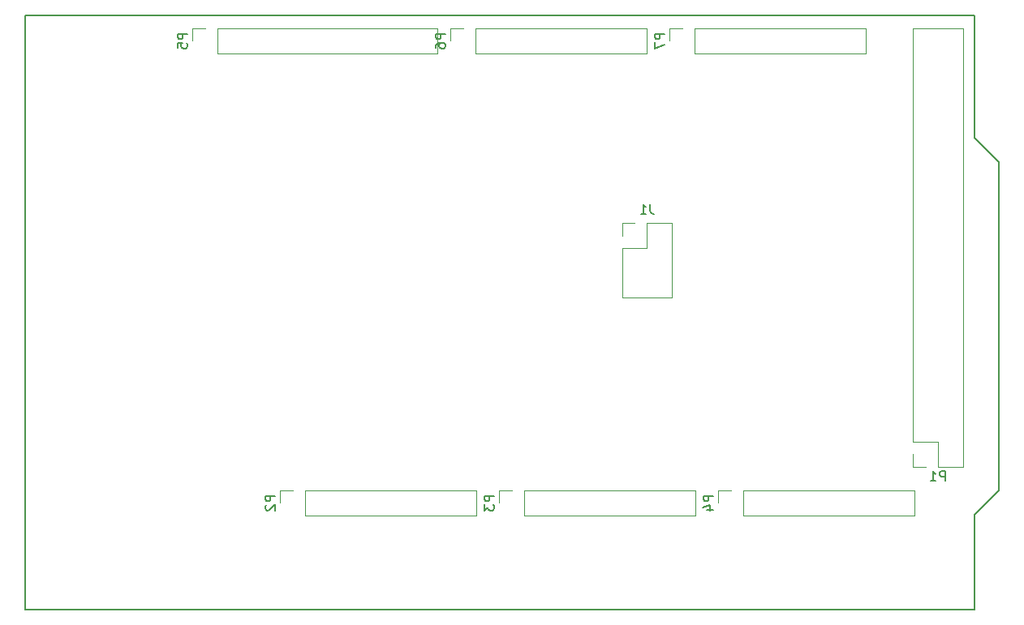
<source format=gbr>
%TF.GenerationSoftware,KiCad,Pcbnew,(5.1.6)-1*%
%TF.CreationDate,2021-10-14T14:48:08+02:00*%
%TF.ProjectId,DUE_Shield_v1,4455455f-5368-4696-956c-645f76312e6b,rev?*%
%TF.SameCoordinates,PX6296c50PY7c37510*%
%TF.FileFunction,Legend,Bot*%
%TF.FilePolarity,Positive*%
%FSLAX46Y46*%
G04 Gerber Fmt 4.6, Leading zero omitted, Abs format (unit mm)*
G04 Created by KiCad (PCBNEW (5.1.6)-1) date 2021-10-14 14:48:08*
%MOMM*%
%LPD*%
G01*
G04 APERTURE LIST*
%TA.AperFunction,Profile*%
%ADD10C,0.150000*%
%TD*%
%ADD11C,0.120000*%
%ADD12C,0.150000*%
G04 APERTURE END LIST*
D10*
X99060000Y9854000D02*
X99060000Y0D01*
X101600000Y12394000D02*
X99060000Y9854000D01*
X99060000Y49224000D02*
X101600000Y46684000D01*
X99060000Y0D02*
X0Y0D01*
X101600000Y46684000D02*
X101600000Y12394000D01*
X99060000Y62000000D02*
X99060000Y49224000D01*
X0Y62000000D02*
X99060000Y62000000D01*
X0Y0D02*
X0Y62000000D01*
D11*
X44390000Y60714000D02*
X44390000Y59384000D01*
X45720000Y60714000D02*
X44390000Y60714000D01*
X46990000Y60714000D02*
X46990000Y58054000D01*
X46990000Y58054000D02*
X64830000Y58054000D01*
X46990000Y60714000D02*
X64830000Y60714000D01*
X64830000Y60714000D02*
X64830000Y58054000D01*
X17466000Y60714000D02*
X17466000Y59384000D01*
X18796000Y60714000D02*
X17466000Y60714000D01*
X20066000Y60714000D02*
X20066000Y58054000D01*
X20066000Y58054000D02*
X42986000Y58054000D01*
X20066000Y60714000D02*
X42986000Y60714000D01*
X42986000Y60714000D02*
X42986000Y58054000D01*
X72330000Y12454000D02*
X72330000Y11124000D01*
X73660000Y12454000D02*
X72330000Y12454000D01*
X74930000Y12454000D02*
X74930000Y9794000D01*
X74930000Y9794000D02*
X92770000Y9794000D01*
X74930000Y12454000D02*
X92770000Y12454000D01*
X92770000Y12454000D02*
X92770000Y9794000D01*
X49470000Y12454000D02*
X49470000Y11124000D01*
X50800000Y12454000D02*
X49470000Y12454000D01*
X52070000Y12454000D02*
X52070000Y9794000D01*
X52070000Y9794000D02*
X69910000Y9794000D01*
X52070000Y12454000D02*
X69910000Y12454000D01*
X69910000Y12454000D02*
X69910000Y9794000D01*
X26610000Y12454000D02*
X26610000Y11124000D01*
X27940000Y12454000D02*
X26610000Y12454000D01*
X29210000Y12454000D02*
X29210000Y9794000D01*
X29210000Y9794000D02*
X47050000Y9794000D01*
X29210000Y12454000D02*
X47050000Y12454000D01*
X47050000Y12454000D02*
X47050000Y9794000D01*
X92650000Y14874000D02*
X93980000Y14874000D01*
X92650000Y16204000D02*
X92650000Y14874000D01*
X95250000Y14874000D02*
X97850000Y14874000D01*
X95250000Y17474000D02*
X95250000Y14874000D01*
X92650000Y17474000D02*
X95250000Y17474000D01*
X97850000Y14874000D02*
X97850000Y60714000D01*
X92650000Y17474000D02*
X92650000Y60714000D01*
X92650000Y60714000D02*
X97850000Y60714000D01*
X63622000Y40330000D02*
X62292000Y40330000D01*
X62292000Y40330000D02*
X62292000Y39000000D01*
X64892000Y40330000D02*
X64892000Y37730000D01*
X64892000Y37730000D02*
X62292000Y37730000D01*
X62292000Y37730000D02*
X62292000Y32590000D01*
X67492000Y32590000D02*
X62292000Y32590000D01*
X67492000Y40330000D02*
X67492000Y32590000D01*
X67492000Y40330000D02*
X64892000Y40330000D01*
X67250000Y60714000D02*
X67250000Y59384000D01*
X68580000Y60714000D02*
X67250000Y60714000D01*
X69850000Y60714000D02*
X69850000Y58054000D01*
X69850000Y58054000D02*
X87690000Y58054000D01*
X69850000Y60714000D02*
X87690000Y60714000D01*
X87690000Y60714000D02*
X87690000Y58054000D01*
D12*
X43842380Y60122096D02*
X42842380Y60122096D01*
X42842380Y59741143D01*
X42890000Y59645905D01*
X42937619Y59598286D01*
X43032857Y59550667D01*
X43175714Y59550667D01*
X43270952Y59598286D01*
X43318571Y59645905D01*
X43366190Y59741143D01*
X43366190Y60122096D01*
X42842380Y58693524D02*
X42842380Y58884000D01*
X42890000Y58979239D01*
X42937619Y59026858D01*
X43080476Y59122096D01*
X43270952Y59169715D01*
X43651904Y59169715D01*
X43747142Y59122096D01*
X43794761Y59074477D01*
X43842380Y58979239D01*
X43842380Y58788762D01*
X43794761Y58693524D01*
X43747142Y58645905D01*
X43651904Y58598286D01*
X43413809Y58598286D01*
X43318571Y58645905D01*
X43270952Y58693524D01*
X43223333Y58788762D01*
X43223333Y58979239D01*
X43270952Y59074477D01*
X43318571Y59122096D01*
X43413809Y59169715D01*
X16918380Y60122096D02*
X15918380Y60122096D01*
X15918380Y59741143D01*
X15966000Y59645905D01*
X16013619Y59598286D01*
X16108857Y59550667D01*
X16251714Y59550667D01*
X16346952Y59598286D01*
X16394571Y59645905D01*
X16442190Y59741143D01*
X16442190Y60122096D01*
X15918380Y58645905D02*
X15918380Y59122096D01*
X16394571Y59169715D01*
X16346952Y59122096D01*
X16299333Y59026858D01*
X16299333Y58788762D01*
X16346952Y58693524D01*
X16394571Y58645905D01*
X16489809Y58598286D01*
X16727904Y58598286D01*
X16823142Y58645905D01*
X16870761Y58693524D01*
X16918380Y58788762D01*
X16918380Y59026858D01*
X16870761Y59122096D01*
X16823142Y59169715D01*
X71782380Y11862096D02*
X70782380Y11862096D01*
X70782380Y11481143D01*
X70830000Y11385905D01*
X70877619Y11338286D01*
X70972857Y11290667D01*
X71115714Y11290667D01*
X71210952Y11338286D01*
X71258571Y11385905D01*
X71306190Y11481143D01*
X71306190Y11862096D01*
X71115714Y10433524D02*
X71782380Y10433524D01*
X70734761Y10671620D02*
X71449047Y10909715D01*
X71449047Y10290667D01*
X48922380Y11862096D02*
X47922380Y11862096D01*
X47922380Y11481143D01*
X47970000Y11385905D01*
X48017619Y11338286D01*
X48112857Y11290667D01*
X48255714Y11290667D01*
X48350952Y11338286D01*
X48398571Y11385905D01*
X48446190Y11481143D01*
X48446190Y11862096D01*
X47922380Y10957334D02*
X47922380Y10338286D01*
X48303333Y10671620D01*
X48303333Y10528762D01*
X48350952Y10433524D01*
X48398571Y10385905D01*
X48493809Y10338286D01*
X48731904Y10338286D01*
X48827142Y10385905D01*
X48874761Y10433524D01*
X48922380Y10528762D01*
X48922380Y10814477D01*
X48874761Y10909715D01*
X48827142Y10957334D01*
X26062380Y11862096D02*
X25062380Y11862096D01*
X25062380Y11481143D01*
X25110000Y11385905D01*
X25157619Y11338286D01*
X25252857Y11290667D01*
X25395714Y11290667D01*
X25490952Y11338286D01*
X25538571Y11385905D01*
X25586190Y11481143D01*
X25586190Y11862096D01*
X25157619Y10909715D02*
X25110000Y10862096D01*
X25062380Y10766858D01*
X25062380Y10528762D01*
X25110000Y10433524D01*
X25157619Y10385905D01*
X25252857Y10338286D01*
X25348095Y10338286D01*
X25490952Y10385905D01*
X26062380Y10957334D01*
X26062380Y10338286D01*
X95988095Y13421620D02*
X95988095Y14421620D01*
X95607142Y14421620D01*
X95511904Y14374000D01*
X95464285Y14326381D01*
X95416666Y14231143D01*
X95416666Y14088286D01*
X95464285Y13993048D01*
X95511904Y13945429D01*
X95607142Y13897810D01*
X95988095Y13897810D01*
X94464285Y13421620D02*
X95035714Y13421620D01*
X94750000Y13421620D02*
X94750000Y14421620D01*
X94845238Y14278762D01*
X94940476Y14183524D01*
X95035714Y14135905D01*
X65225333Y42317620D02*
X65225333Y41603334D01*
X65272952Y41460477D01*
X65368190Y41365239D01*
X65511047Y41317620D01*
X65606285Y41317620D01*
X64225333Y41317620D02*
X64796761Y41317620D01*
X64511047Y41317620D02*
X64511047Y42317620D01*
X64606285Y42174762D01*
X64701523Y42079524D01*
X64796761Y42031905D01*
X66702380Y60122096D02*
X65702380Y60122096D01*
X65702380Y59741143D01*
X65750000Y59645905D01*
X65797619Y59598286D01*
X65892857Y59550667D01*
X66035714Y59550667D01*
X66130952Y59598286D01*
X66178571Y59645905D01*
X66226190Y59741143D01*
X66226190Y60122096D01*
X65702380Y59217334D02*
X65702380Y58550667D01*
X66702380Y58979239D01*
M02*

</source>
